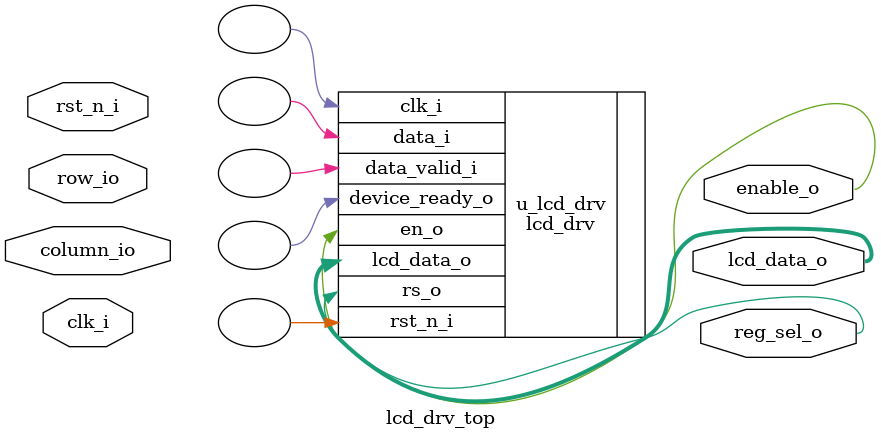
<source format=v>
module lcd_drv_top(
  //  System signals
  input         rst_n_i,        //  Active low reset
  input         clk_i,          //  System clock @ ?? MHz
  // Keypad Interface
  inout [3:0]   column_io,      // Column
  inout [3:0]   row_io,         // Row
  //  LCD interface
  output        reg_sel_o,      //  Register select
  output        enable_o,       //  Strobe signal
  output [7:0]  lcd_data_o      //  Data(or instruction) to LCD

);


lcd_drv u_lcd_drv (
  .rst_n_i        (),
  .clk_i          (),
  .data_i         (),
  .data_valid_i   (),
  .device_ready_o (),
  .rs_o           (reg_sel_o),
  .en_o           (enable_o),
  .lcd_data_o     (lcd_data_o)

);


endmodule

</source>
